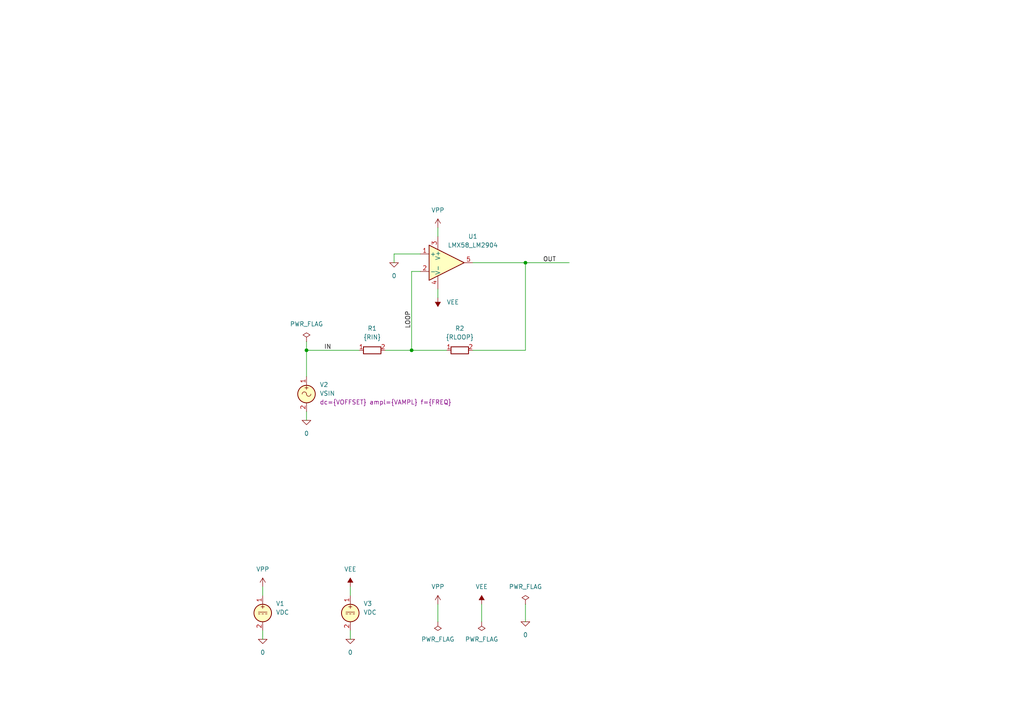
<source format=kicad_sch>
(kicad_sch (version 20211123) (generator eeschema)
  (paper "A4")
  (title_block (title "Inverting operational amplifier") (date "2023-09-03") (rev "1") (company "astroelectronic@") (comment 1 "-") (comment 2 "-") (comment 3 "-") (comment 4 "AE01010358"))
  (lib_symbols
    (symbol "Device:R" (pin_names (offset 0) hide)
      (property "Reference" "R" (at 2.032 0 90))
      (property "Value" "R" (at 0 0 90))
      (symbol "R_0_1"
        (rectangle (start -1.016 -2.54) (end 1.016 2.54) (stroke (width 0.254)))
      )
      (symbol "R_1_1"
        (pin passive line (at 0 3.81 270) (length 1.27) (name "~") (number "1"))
        (pin passive line (at 0 -3.81 90) (length 1.27) (name "~") (number "2"))
      )
    )
    (symbol "LM358:LMX58_LM2904" (pin_names (offset 0.254))
      (property "Reference" "U" (at 3.81 3.175 0))
      (property "Value" "LMX58_LM2904" (at 3.81 -3.175 0))
      (symbol "LMX58_LM2904_0_1"
        (polyline (pts (xy 5.08 0) (xy -5.08 5.08) (xy -5.08 -5.08) (xy 5.08 0)) (stroke (width 0.254)) (fill (type background)))
      )
      (symbol "LMX58_LM2904_1_1"
        (pin passive line (at -7.62 2.54 0) (length 2.54) (name "+") (number "1"))
        (pin passive line (at -7.62 -2.54 0) (length 2.54) (name "-") (number "2"))
        (pin passive line (at -2.54 7.62 270) (length 3.81) (name "V+") (number "3"))
        (pin passive line (at -2.54 -7.62 90) (length 3.81) (name "V-") (number "4"))
        (pin passive line (at 7.62 0 180) (length 2.54) (name "~") (number "5"))
      )
    )
    (symbol "R_1" (pin_names (offset 0) hide)
      (property "Reference" "R" (at 2.032 0 90))
      (property "Value" "R_1" (at 0 0 90))
      (symbol "R_1_0_1"
        (rectangle (start -1.016 -2.54) (end 1.016 2.54) (stroke (width 0.254)))
      )
      (symbol "R_1_1_1"
        (pin passive line (at 0 3.81 270) (length 1.27) (name "~") (number "1"))
        (pin passive line (at 0 -3.81 90) (length 1.27) (name "~") (number "2"))
      )
    )
    (symbol "Simulation_SPICE:VDC" (pin_names (offset 0.0254) hide)
      (property "Reference" "V" (at 2.54 2.54 0))
      (property "Value" "VDC" (at 2.54 0 0))
      (property "Spice_Model" "dc(1)" (at 2.54 -2.54 0))
      (symbol "VDC_0_0"
        (polyline (pts (xy -1.27 0.254) (xy 1.27 0.254)))
        (polyline (pts (xy -0.762 -0.254) (xy -1.27 -0.254)))
        (polyline (pts (xy 0.254 -0.254) (xy -0.254 -0.254)))
        (polyline (pts (xy 1.27 -0.254) (xy 0.762 -0.254)))
        (text "+" (at 0 1.905 0) (effects (font (size 1.27 1.27))))
      )
      (symbol "VDC_0_1"
        (circle (center 0 0) (radius 2.54) (stroke (width 0.254)) (fill (type background)))
      )
      (symbol "VDC_1_1"
        (pin passive line (at 0 5.08 270) (length 2.54) (name "~") (number "1"))
        (pin passive line (at 0 -5.08 90) (length 2.54) (name "~") (number "2"))
      )
    )
    (symbol "Simulation_SPICE:VSIN" (pin_names (offset 0.0254) hide)
      (property "Reference" "V" (at 2.54 2.54 0))
      (property "Value" "VSIN" (at 2.54 0 0))
      (property "Spice_Model" "sin(0 1 1k)" (at 2.54 -2.54 0))
      (symbol "VSIN_0_0"
        (arc (start 0 0) (mid -0.635 0.635) (end -1.27 0))
        (arc (start 0 0) (mid 0.635 -0.635) (end 1.27 0))
        (text "+" (at 0 1.905 0) (effects (font (size 1.27 1.27))))
      )
      (symbol "VSIN_0_1"
        (circle (center 0 0) (radius 2.54) (stroke (width 0.254)) (fill (type background)))
      )
      (symbol "VSIN_1_1"
        (pin passive line (at 0 5.08 270) (length 2.54) (name "~") (number "1"))
        (pin passive line (at 0 -5.08 90) (length 2.54) (name "~") (number "2"))
      )
    )
    (symbol "VDC_1" (pin_names (offset 0.0254) hide)
      (property "Reference" "V" (at 2.54 2.54 0))
      (property "Value" "VDC_1" (at 2.54 0 0))
      (property "Spice_Model" "dc(1)" (at 2.54 -2.54 0))
      (symbol "VDC_1_0_0"
        (polyline (pts (xy -1.27 0.254) (xy 1.27 0.254)))
        (polyline (pts (xy -0.762 -0.254) (xy -1.27 -0.254)))
        (polyline (pts (xy 0.254 -0.254) (xy -0.254 -0.254)))
        (polyline (pts (xy 1.27 -0.254) (xy 0.762 -0.254)))
        (text "+" (at 0 1.905 0) (effects (font (size 1.27 1.27))))
      )
      (symbol "VDC_1_0_1"
        (circle (center 0 0) (radius 2.54) (stroke (width 0.254)) (fill (type background)))
      )
      (symbol "VDC_1_1_1"
        (pin passive line (at 0 5.08 270) (length 2.54) (name "~") (number "1"))
        (pin passive line (at 0 -5.08 90) (length 2.54) (name "~") (number "2"))
      )
    )
    (symbol "power:PWR_FLAG" (power) (pin_numbers hide) (pin_names (offset 0) hide)
      (property "Value" "PWR_FLAG" (at 0 3.81 0))
      (symbol "PWR_FLAG_0_0"
        (pin power_out line (at 0 0 90) (length 0) (name "pwr") (number "1"))
      )
      (symbol "PWR_FLAG_0_1"
        (polyline (pts (xy 0 0) (xy 0 1.27) (xy -1.016 1.905) (xy 0 2.54) (xy 1.016 1.905) (xy 0 1.27)))
      )
    )
    (symbol "power:VEE" (power) (pin_names (offset 0))
      (property "Value" "VEE" (at 0 3.81 0))
      (symbol "VEE_0_1"
        (polyline (pts (xy 0 0) (xy 0 2.54)))
        (polyline (pts (xy 0.762 1.27) (xy -0.762 1.27) (xy 0 2.54) (xy 0.762 1.27)) (fill (type outline)))
      )
      (symbol "VEE_1_1"
        (pin power_in line (at 0 0 90) (length 0) hide (name "VEE") (number "1"))
      )
    )
    (symbol "power:VPP" (power) (pin_names (offset 0))
      (property "Value" "VPP" (at 0 3.81 0))
      (symbol "VPP_0_1"
        (polyline (pts (xy -0.762 1.27) (xy 0 2.54)))
        (polyline (pts (xy 0 0) (xy 0 2.54)))
        (polyline (pts (xy 0 2.54) (xy 0.762 1.27)))
      )
      (symbol "VPP_1_1"
        (pin power_in line (at 0 0 90) (length 0) hide (name "VPP") (number "1"))
      )
    )
    (symbol "pspice:0" (power) (pin_names (offset 0))
      (property "Value" "0" (at 0 -1.778 0))
      (symbol "0_0_1"
        (polyline (pts (xy -1.27 0) (xy 0 -1.27) (xy 1.27 0) (xy -1.27 0)))
      )
      (symbol "0_1_1"
        (pin power_in line (at 0 0 0) (length 0) hide (name "0") (number "1"))
      )
    )
  )
  (junction (at 119.38 101.6))
  (junction (at 88.9 101.6))
  (junction (at 152.4 76.2))
  (wire (pts (xy 88.9 99.06) (xy 88.9 101.6)))
  (wire (pts (xy 119.38 101.6) (xy 129.54 101.6)))
  (wire (pts (xy 139.7 175.26) (xy 139.7 180.34)))
  (wire (pts (xy 121.92 73.66) (xy 114.3 73.66)))
  (wire (pts (xy 137.16 101.6) (xy 152.4 101.6)))
  (wire (pts (xy 119.38 78.74) (xy 119.38 101.6)))
  (wire (pts (xy 127 66.04) (xy 127 68.58)))
  (wire (pts (xy 101.6 170.18) (xy 101.6 172.72)))
  (wire (pts (xy 76.2 170.18) (xy 76.2 172.72)))
  (wire (pts (xy 121.92 78.74) (xy 119.38 78.74)))
  (wire (pts (xy 101.6 182.88) (xy 101.6 185.42)))
  (wire (pts (xy 127 83.82) (xy 127 86.36)))
  (wire (pts (xy 152.4 76.2) (xy 137.16 76.2)))
  (wire (pts (xy 152.4 175.26) (xy 152.4 180.34)))
  (wire (pts (xy 152.4 76.2) (xy 165.1 76.2)))
  (wire (pts (xy 111.76 101.6) (xy 119.38 101.6)))
  (wire (pts (xy 76.2 182.88) (xy 76.2 185.42)))
  (wire (pts (xy 127 175.26) (xy 127 180.34)))
  (wire (pts (xy 88.9 119.38) (xy 88.9 121.92)))
  (wire (pts (xy 104.14 101.6) (xy 88.9 101.6)))
  (wire (pts (xy 152.4 101.6) (xy 152.4 76.2)))
  (wire (pts (xy 88.9 101.6) (xy 88.9 109.22)))
  (wire (pts (xy 114.3 73.66) (xy 114.3 76.2)))
  (label "LOOP" (at 119.38 95.25 90))
  (label "OUT" (at 157.48 76.2 0))
  (label "IN" (at 93.98 101.6 0))
  (symbol (lib_id "Simulation_SPICE:VDC") (at 101.6 177.8 0) (unit 1)
    (property "Reference" "V3" (at 105.41 175.0701 0) (effects (justify left)))
    (property "Value" "VDC" (at 105.41 177.6101 0) (effects (justify left)))
    (property "Spice_Netlist_Enabled" "Y" (effects hide))
    (property "Spice_Primitive" "V" (effects hide))
    (property "Spice_Model" "{VNEG}" (at 105.41 180.1501 0) (effects (justify left)))
  )
  (symbol (lib_id "power:VPP") (at 76.2 170.18 0) (unit 1)
    (property "Reference" "#PWR01" (effects hide))
    (property "Value" "VPP" (at 76.2 165.1 0))
  )
  (symbol (lib_id "power:PWR_FLAG") (at 88.9 99.06 0) (unit 1)
    (property "Reference" "#FLG01" (effects hide))
    (property "Value" "PWR_FLAG" (at 88.9 93.98 0))
  )
  (symbol (lib_id "pspice:0") (at 152.4 180.34 0) (unit 1)
    (property "Reference" "#GND05" (effects hide))
    (property "Value" "0" (at 152.4 184.15 0))
  )
  (symbol (lib_id "pspice:0") (at 88.9 121.92 0) (unit 1)
    (property "Reference" "#GND02" (effects hide))
    (property "Value" "0" (at 88.9 125.73 0))
  )
  (symbol (lib_id "Device:R") (at 133.35 101.6 90) (unit 1)
    (property "Reference" "R2" (at 133.35 95.25 90))
    (property "Value" "{RLOOP}" (at 133.35 97.79 90))
  )
  (symbol (lib_id "pspice:0") (at 114.3 76.2 0) (unit 1)
    (property "Reference" "#GND04" (effects hide))
    (property "Value" "0" (at 114.3 80.01 0))
  )
  (symbol (lib_id "power:PWR_FLAG") (at 139.7 180.34 180) (unit 1)
    (property "Reference" "#FLG03" (effects hide))
    (property "Value" "PWR_FLAG" (at 139.7 185.42 0))
  )
  (symbol (lib_id "power:PWR_FLAG") (at 127 180.34 180) (unit 1)
    (property "Reference" "#FLG02" (effects hide))
    (property "Value" "PWR_FLAG" (at 127 185.42 0))
  )
  (symbol (lib_id "power:VEE") (at 139.7 175.26 0) (unit 1)
    (property "Reference" "#PWR06" (effects hide))
    (property "Value" "VEE" (at 139.7 170.18 0))
  )
  (symbol (lib_id "power:PWR_FLAG") (at 152.4 175.26 0) (unit 1)
    (property "Reference" "#FLG04" (effects hide))
    (property "Value" "PWR_FLAG" (at 152.4 170.18 0))
  )
  (symbol (lib_name "VDC_1") (lib_id "Simulation_SPICE:VDC") (at 76.2 177.8 0) (unit 1)
    (property "Reference" "V1" (at 80.01 175.0701 0) (effects (justify left)))
    (property "Value" "VDC" (at 80.01 177.6101 0) (effects (justify left)))
    (property "Spice_Netlist_Enabled" "Y" (effects hide))
    (property "Spice_Primitive" "V" (effects hide))
    (property "Spice_Model" "{VPOS}" (at 80.01 180.1501 0) (effects (justify left)))
  )
  (symbol (lib_id "pspice:0") (at 76.2 185.42 0) (unit 1)
    (property "Reference" "#GND01" (effects hide))
    (property "Value" "0" (at 76.2 189.23 0))
  )
  (symbol (lib_name "R_1") (lib_id "Device:R") (at 107.95 101.6 90) (unit 1)
    (property "Reference" "R1" (at 107.95 95.25 90))
    (property "Value" "{RIN}" (at 107.95 97.79 90))
  )
  (symbol (lib_id "pspice:0") (at 101.6 185.42 0) (unit 1)
    (property "Reference" "#GND03" (effects hide))
    (property "Value" "0" (at 101.6 189.23 0))
  )
  (symbol (lib_id "power:VPP") (at 127 66.04 0) (unit 1)
    (property "Reference" "#PWR03" (effects hide))
    (property "Value" "VPP" (at 127 60.96 0))
  )
  (symbol (lib_id "power:VEE") (at 127 86.36 180) (unit 1)
    (property "Reference" "#PWR04" (effects hide))
    (property "Value" "VEE" (at 129.54 87.6299 0) (effects (justify right)))
  )
  (symbol (lib_id "power:VPP") (at 127 175.26 0) (unit 1)
    (property "Reference" "#PWR05" (effects hide))
    (property "Value" "VPP" (at 127 170.18 0))
  )
  (symbol (lib_id "power:VEE") (at 101.6 170.18 0) (unit 1)
    (property "Reference" "#PWR02" (effects hide))
    (property "Value" "VEE" (at 101.6 165.1 0))
  )
  (symbol (lib_id "LM358:LMX58_LM2904") (at 129.54 76.2 0) (unit 1)
    (property "Reference" "U1" (at 137.16 68.58 0))
    (property "Value" "LMX58_LM2904" (at 137.16 71.12 0))
    (property "Spice_Netlist_Enabled" "Y" (effects hide))
    (property "Spice_Primitive" "X" (effects hide))
    (property "Spice_Model" "LMX58_LM2904" (effects hide))
    (property "Spice_Lib_File" "/home/astroelectronica/kicad/projects/LM358/models/lmx58_lm2904.lib" (effects hide))
  )
  (symbol (lib_id "Simulation_SPICE:VSIN") (at 88.9 114.3 0) (unit 1)
    (property "Reference" "V2" (at 92.71 111.5701 0) (effects (justify left)))
    (property "Value" "VSIN" (at 92.71 114.1101 0) (effects (justify left)))
    (property "Spice_Netlist_Enabled" "Y" (effects hide))
    (property "Spice_Primitive" "V" (effects hide))
    (property "Spice_Model" "sin({VOFFSET} {VAMPL} {FREQ})" (at 92.71 116.6501 0) (effects (justify left)))
  )
)
</source>
